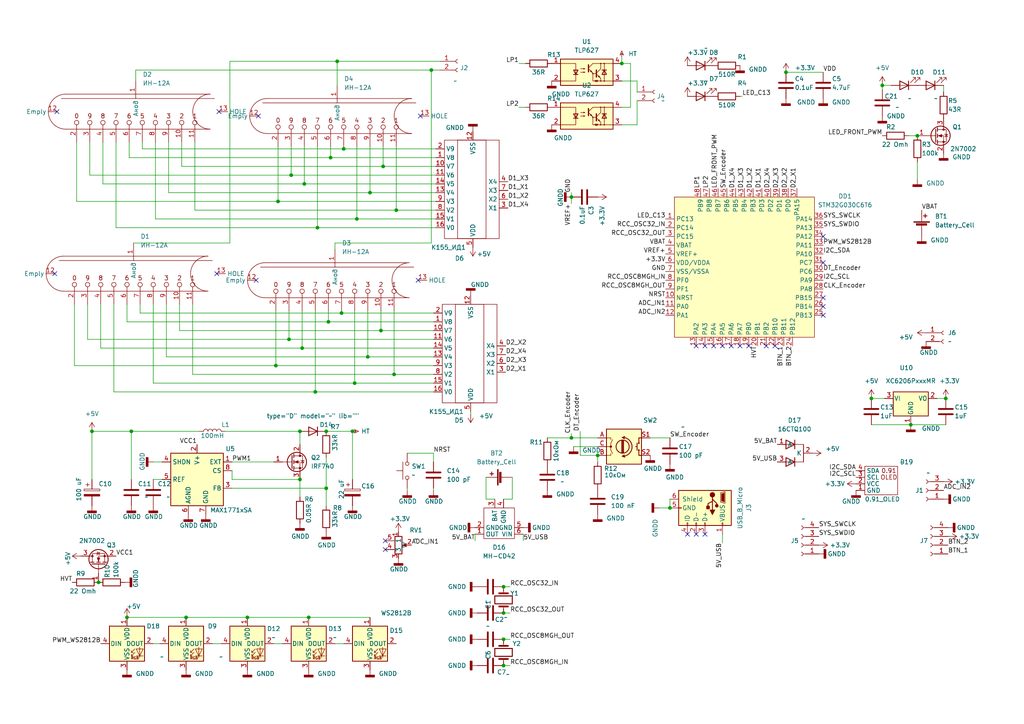
<source format=kicad_sch>
(kicad_sch (version 20211123) (generator eeschema)
  (paper "A4")
  (junction (at 107.315 55.88))
  (junction (at 180.34 18.415))
  (junction (at 97.79 17.78))
  (junction (at 84.455 50.8))
  (junction (at 89.535 179.07))
  (junction (at 102.235 125.095))
  (junction (at 114.935 60.96))
  (junction (at 111.125 48.26))
  (junction (at 102.87 111.125))
  (junction (at 28.575 168.91))
  (junction (at 99.695 43.18))
  (junction (at 103.505 63.5))
  (junction (at 87.63 100.965))
  (junction (at 227.965 20.955))
  (junction (at 99.06 90.805))
  (junction (at 88.265 53.34))
  (junction (at 194.31 147.32))
  (junction (at 86.995 139.065))
  (junction (at 94.615 125.095))
  (junction (at 95.25 93.345))
  (junction (at 125.095 20.32))
  (junction (at 80.645 58.42))
  (junction (at 110.49 95.885))
  (junction (at 95.885 45.72))
  (junction (at 146.05 177.8))
  (junction (at 86.995 125.095))
  (junction (at 173.355 132.08))
  (junction (at 91.44 113.665))
  (junction (at 26.67 125.095))
  (junction (at 264.16 123.19))
  (junction (at 38.1 125.095))
  (junction (at 36.83 179.07))
  (junction (at 94.615 141.605))
  (junction (at 80.01 106.045))
  (junction (at 165.735 127))
  (junction (at 106.68 103.505))
  (junction (at 252.73 115.57))
  (junction (at 83.82 98.425))
  (junction (at 92.075 66.04))
  (junction (at 114.3 108.585))
  (junction (at 146.05 185.42))
  (junction (at 53.975 179.07))
  (junction (at 146.05 170.18))
  (junction (at 165.735 57.15))
  (junction (at 255.905 24.765))
  (junction (at 274.32 115.57))
  (junction (at 266.065 39.37))
  (junction (at 71.755 179.07))
  (junction (at 146.05 193.04))
  (no_connect (at 238.76 76.2))
  (no_connect (at 121.92 33.655))
  (no_connect (at 238.76 88.9))
  (no_connect (at 74.295 81.28))
  (no_connect (at 201.93 100.33))
  (no_connect (at 74.93 33.655))
  (no_connect (at 204.47 154.94))
  (no_connect (at 121.285 81.28))
  (no_connect (at 224.79 100.33))
  (no_connect (at 212.09 100.33))
  (no_connect (at 62.865 79.375))
  (no_connect (at 201.93 154.94))
  (no_connect (at 207.01 100.33))
  (no_connect (at 111.76 159.385))
  (no_connect (at 238.76 91.44))
  (no_connect (at 238.76 68.58))
  (no_connect (at 217.17 100.33))
  (no_connect (at 204.47 100.33))
  (no_connect (at 63.5 32.385))
  (no_connect (at 222.25 100.33))
  (no_connect (at 199.39 154.94))
  (no_connect (at 16.51 32.385))
  (no_connect (at 214.63 100.33))
  (no_connect (at 15.875 79.375))
  (no_connect (at 111.76 156.845))
  (no_connect (at 209.55 100.33))
  (no_connect (at 238.76 86.36))
  (wire (pts (xy 26.67 125.095) (xy 26.67 139.065)))
  (wire (pts (xy 29.21 100.965) (xy 29.21 88.265)))
  (wire (pts (xy 67.31 139.065) (xy 86.995 139.065)))
  (wire (pts (xy 95.885 45.72) (xy 95.885 42.545)))
  (wire (pts (xy 33.655 41.275) (xy 33.655 66.04)))
  (wire (pts (xy 88.265 53.34) (xy 29.845 53.34)))
  (wire (pts (xy 48.895 55.88) (xy 48.895 41.275)))
  (wire (pts (xy 99.06 90.805) (xy 99.06 90.17)))
  (wire (pts (xy 102.87 111.125) (xy 44.45 111.125)))
  (wire (pts (xy 97.155 70.485) (xy 97.155 72.39)))
  (wire (pts (xy 53.975 179.07) (xy 71.755 179.07)))
  (wire (pts (xy 80.645 42.545) (xy 80.645 58.42)))
  (wire (pts (xy 255.905 24.765) (xy 258.445 24.765)))
  (wire (pts (xy 194.31 147.32) (xy 191.135 147.32)))
  (wire (pts (xy 126.365 48.26) (xy 111.125 48.26)))
  (wire (pts (xy 66.675 70.485) (xy 38.735 70.485)))
  (wire (pts (xy 88.265 53.34) (xy 88.265 42.545)))
  (wire (pts (xy 125.73 111.125) (xy 102.87 111.125)))
  (wire (pts (xy 95.885 45.72) (xy 37.465 45.72)))
  (wire (pts (xy 147.955 193.04) (xy 146.05 193.04)))
  (wire (pts (xy 136.525 119.38) (xy 136.525 120.015)))
  (wire (pts (xy 91.44 113.665) (xy 33.02 113.665)))
  (wire (pts (xy 114.935 60.96) (xy 114.935 42.545)))
  (wire (pts (xy 38.1 125.095) (xy 57.785 125.095)))
  (wire (pts (xy 263.525 39.37) (xy 266.065 39.37)))
  (wire (pts (xy 252.73 115.57) (xy 256.54 115.57)))
  (wire (pts (xy 52.705 48.26) (xy 52.705 41.275)))
  (wire (pts (xy 37.465 45.72) (xy 37.465 41.275)))
  (wire (pts (xy 126.365 63.5) (xy 103.505 63.5)))
  (wire (pts (xy 137.795 156.845) (xy 137.795 154.94)))
  (wire (pts (xy 99.695 43.18) (xy 41.275 43.18)))
  (wire (pts (xy 26.035 50.8) (xy 26.035 41.275)))
  (wire (pts (xy 125.73 141.605) (xy 125.73 142.24)))
  (wire (pts (xy 125.73 113.665) (xy 91.44 113.665)))
  (wire (pts (xy 126.365 53.34) (xy 88.265 53.34)))
  (wire (pts (xy 84.455 50.8) (xy 26.035 50.8)))
  (wire (pts (xy 126.365 58.42) (xy 80.645 58.42)))
  (wire (pts (xy 111.125 48.26) (xy 52.705 48.26)))
  (wire (pts (xy 83.82 98.425) (xy 83.82 90.17)))
  (wire (pts (xy 126.365 55.88) (xy 107.315 55.88)))
  (wire (pts (xy 44.45 133.985) (xy 46.99 133.985)))
  (wire (pts (xy 91.44 90.17) (xy 91.44 113.665)))
  (wire (pts (xy 148.59 144.78) (xy 148.59 138.43)))
  (wire (pts (xy 61.595 186.69) (xy 64.135 186.69)))
  (wire (pts (xy 95.25 93.345) (xy 36.83 93.345)))
  (wire (pts (xy 180.34 16.51) (xy 180.34 18.415)))
  (wire (pts (xy 126.365 50.8) (xy 84.455 50.8)))
  (wire (pts (xy 264.16 123.19) (xy 274.32 123.19)))
  (wire (pts (xy 126.365 45.72) (xy 95.885 45.72)))
  (wire (pts (xy 80.01 90.17) (xy 80.01 106.045)))
  (wire (pts (xy 271.78 115.57) (xy 274.32 115.57)))
  (wire (pts (xy 102.87 111.125) (xy 102.87 90.17)))
  (wire (pts (xy 67.31 136.525) (xy 67.31 139.065)))
  (wire (pts (xy 103.505 63.5) (xy 103.505 42.545)))
  (wire (pts (xy 147.955 177.8) (xy 146.05 177.8)))
  (wire (pts (xy 67.31 133.985) (xy 79.375 133.985)))
  (wire (pts (xy 146.05 144.78) (xy 148.59 144.78)))
  (wire (pts (xy 168.275 125.095) (xy 168.275 132.08)))
  (wire (pts (xy 118.11 141.605) (xy 118.11 142.24)))
  (wire (pts (xy 94.615 141.605) (xy 94.615 146.685)))
  (wire (pts (xy 182.88 31.115) (xy 182.88 18.415)))
  (wire (pts (xy 33.02 88.265) (xy 33.02 113.665)))
  (wire (pts (xy 125.73 90.805) (xy 99.06 90.805)))
  (wire (pts (xy 125.73 93.345) (xy 95.25 93.345)))
  (wire (pts (xy 180.34 23.495) (xy 184.785 23.495)))
  (wire (pts (xy 188.595 127) (xy 194.31 127)))
  (wire (pts (xy 26.67 125.095) (xy 38.1 125.095)))
  (wire (pts (xy 182.88 18.415) (xy 180.34 18.415)))
  (wire (pts (xy 114.3 108.585) (xy 55.88 108.585)))
  (wire (pts (xy 44.45 186.69) (xy 46.355 186.69)))
  (wire (pts (xy 22.225 58.42) (xy 22.225 41.275)))
  (wire (pts (xy 41.275 43.18) (xy 41.275 41.275)))
  (wire (pts (xy 106.68 103.505) (xy 106.68 90.17)))
  (wire (pts (xy 39.37 20.32) (xy 39.37 23.495)))
  (wire (pts (xy 125.73 95.885) (xy 110.49 95.885)))
  (wire (pts (xy 48.26 103.505) (xy 48.26 88.265)))
  (wire (pts (xy 165.735 59.055) (xy 165.735 57.15)))
  (wire (pts (xy 36.83 179.07) (xy 53.975 179.07)))
  (wire (pts (xy 71.755 179.07) (xy 89.535 179.07)))
  (wire (pts (xy 165.735 125.73) (xy 165.735 127)))
  (wire (pts (xy 125.095 20.32) (xy 127.635 20.32)))
  (wire (pts (xy 86.995 125.095) (xy 86.995 128.905)))
  (wire (pts (xy 99.695 43.18) (xy 99.695 42.545)))
  (wire (pts (xy 158.75 127) (xy 165.735 127)))
  (wire (pts (xy 84.455 50.8) (xy 84.455 42.545)))
  (wire (pts (xy 184.785 23.495) (xy 184.785 26.67)))
  (wire (pts (xy 147.955 185.42) (xy 146.05 185.42)))
  (wire (pts (xy 152.4 18.415) (xy 150.495 18.415)))
  (wire (pts (xy 52.07 95.885) (xy 52.07 88.265)))
  (wire (pts (xy 38.1 125.095) (xy 38.1 139.065)))
  (wire (pts (xy 56.515 60.96) (xy 56.515 41.275)))
  (wire (pts (xy 125.73 131.445) (xy 118.11 131.445)))
  (wire (pts (xy 44.45 139.065) (xy 46.99 139.065)))
  (wire (pts (xy 80.01 106.045) (xy 21.59 106.045)))
  (wire (pts (xy 94.615 132.715) (xy 94.615 141.605)))
  (wire (pts (xy 45.085 63.5) (xy 45.085 41.275)))
  (wire (pts (xy 125.73 108.585) (xy 114.3 108.585)))
  (wire (pts (xy 107.315 55.88) (xy 48.895 55.88)))
  (wire (pts (xy 89.535 179.07) (xy 107.315 179.07)))
  (wire (pts (xy 125.73 133.985) (xy 125.73 131.445)))
  (wire (pts (xy 87.63 100.965) (xy 29.21 100.965)))
  (wire (pts (xy 255.905 26.035) (xy 255.905 24.765)))
  (wire (pts (xy 111.125 48.26) (xy 111.125 42.545)))
  (wire (pts (xy 125.095 70.485) (xy 97.155 70.485)))
  (wire (pts (xy 39.37 20.32) (xy 125.095 20.32)))
  (wire (pts (xy 125.73 100.965) (xy 87.63 100.965)))
  (wire (pts (xy 110.49 95.885) (xy 110.49 90.17)))
  (wire (pts (xy 126.365 66.04) (xy 92.075 66.04)))
  (wire (pts (xy 114.935 60.96) (xy 56.515 60.96)))
  (wire (pts (xy 151.765 156.845) (xy 151.765 154.94)))
  (wire (pts (xy 166.37 129.54) (xy 173.355 129.54)))
  (wire (pts (xy 126.365 43.18) (xy 99.695 43.18)))
  (wire (pts (xy 87.63 100.965) (xy 87.63 90.17)))
  (wire (pts (xy 92.075 42.545) (xy 92.075 66.04)))
  (wire (pts (xy 97.155 186.69) (xy 99.695 186.69)))
  (wire (pts (xy 114.3 108.585) (xy 114.3 90.17)))
  (wire (pts (xy 95.25 93.345) (xy 95.25 90.17)))
  (wire (pts (xy 83.82 98.425) (xy 25.4 98.425)))
  (wire (pts (xy 29.845 53.34) (xy 29.845 41.275)))
  (wire (pts (xy 273.685 24.765) (xy 273.685 26.67)))
  (wire (pts (xy 65.405 125.095) (xy 86.995 125.095)))
  (wire (pts (xy 86.995 144.145) (xy 86.995 139.065)))
  (wire (pts (xy 184.785 36.195) (xy 180.34 36.195)))
  (wire (pts (xy 125.73 98.425) (xy 83.82 98.425)))
  (wire (pts (xy 36.83 93.345) (xy 36.83 88.265)))
  (wire (pts (xy 97.79 17.78) (xy 66.675 17.78)))
  (wire (pts (xy 252.73 123.19) (xy 264.16 123.19)))
  (wire (pts (xy 21.59 106.045) (xy 21.59 88.265)))
  (wire (pts (xy 125.73 106.045) (xy 80.01 106.045)))
  (wire (pts (xy 126.365 60.96) (xy 114.935 60.96)))
  (wire (pts (xy 215.265 27.94) (xy 214.63 27.94)))
  (wire (pts (xy 152.4 31.115) (xy 150.495 31.115)))
  (wire (pts (xy 180.34 31.115) (xy 182.88 31.115)))
  (wire (pts (xy 94.615 125.095) (xy 102.235 125.095)))
  (wire (pts (xy 227.965 20.955) (xy 238.76 20.955)))
  (wire (pts (xy 107.315 55.88) (xy 107.315 42.545)))
  (wire (pts (xy 106.68 103.505) (xy 48.26 103.505)))
  (wire (pts (xy 209.55 157.48) (xy 209.55 154.94)))
  (wire (pts (xy 102.235 139.065) (xy 102.235 125.095)))
  (wire (pts (xy 194.31 144.78) (xy 194.31 147.32)))
  (wire (pts (xy 140.97 144.78) (xy 143.51 144.78)))
  (wire (pts (xy 173.355 133.985) (xy 173.355 132.08)))
  (wire (pts (xy 80.645 58.42) (xy 22.225 58.42)))
  (wire (pts (xy 110.49 95.885) (xy 52.07 95.885)))
  (wire (pts (xy 44.45 111.125) (xy 44.45 88.265)))
  (wire (pts (xy 147.955 170.18) (xy 146.05 170.18)))
  (wire (pts (xy 66.675 17.78) (xy 66.675 70.485)))
  (wire (pts (xy 165.735 127) (xy 173.355 127)))
  (wire (pts (xy 103.505 63.5) (xy 45.085 63.5)))
  (wire (pts (xy 184.785 29.21) (xy 184.785 36.195)))
  (wire (pts (xy 97.79 17.78) (xy 127.635 17.78)))
  (wire (pts (xy 125.095 20.32) (xy 125.095 70.485)))
  (wire (pts (xy 79.375 186.69) (xy 81.915 186.69)))
  (wire (pts (xy 125.73 103.505) (xy 106.68 103.505)))
  (wire (pts (xy 40.64 90.805) (xy 40.64 88.265)))
  (wire (pts (xy 165.735 55.88) (xy 165.735 57.15)))
  (wire (pts (xy 266.065 46.99) (xy 266.065 52.07)))
  (wire (pts (xy 97.79 17.78) (xy 97.79 24.765)))
  (wire (pts (xy 67.31 141.605) (xy 94.615 141.605)))
  (wire (pts (xy 55.88 108.585) (xy 55.88 88.265)))
  (wire (pts (xy 92.075 66.04) (xy 33.655 66.04)))
  (wire (pts (xy 99.06 90.805) (xy 40.64 90.805)))
  (wire (pts (xy 140.97 138.43) (xy 140.97 144.78)))
  (wire (pts (xy 25.4 98.425) (xy 25.4 88.265)))
  (wire (pts (xy 168.275 132.08) (xy 173.355 132.08)))
  (label "D1_X1" (at 147.32 55.245 0))
  (label "+3.3V" (at 193.04 76.2 180))
  (label "D2_X3" (at 146.685 105.41 0))
  (label "ADC_IN1" (at 193.04 88.9 180))
  (label "LP2" (at 205.74 54.61 90))
  (label "LP1" (at 150.495 18.415 180))
  (label "D1_X1" (at 220.98 54.61 90))
  (label "D2_X2" (at 146.685 100.33 0))
  (label "5V_BAT" (at 225.425 128.905 180))
  (label "LP2" (at 150.495 31.115 180))
  (label "NRST" (at 193.04 86.36 180))
  (label "NRST" (at 125.73 131.445 0))
  (label "SYS_SWCLK" (at 237.49 153.035 0))
  (label "ADC_IN2" (at 193.04 91.44 180))
  (label "SW_Encoder" (at 210.82 54.61 90))
  (label "D2_X4" (at 146.685 102.87 0))
  (label "ADC_IN2" (at 273.685 142.24 0))
  (label "D1_X2" (at 218.44 54.61 90))
  (label "D1_X4" (at 213.36 54.61 90))
  (label "RCC_OSC32_IN" (at 193.04 66.04 180))
  (label "LED_C13" (at 193.04 63.5 180))
  (label "RCC_OSC8MGH_IN" (at 147.955 193.04 0))
  (label "DT_Encoder" (at 238.76 78.74 0))
  (label "PWM1" (at 67.31 133.985 0))
  (label "D1_X2" (at 147.32 57.785 0))
  (label "D1_X3" (at 215.9 54.61 90))
  (label "I2C_SDA" (at 238.76 73.66 0))
  (label "VCC1" (at 33.655 161.29 0))
  (label "D2_X4" (at 223.52 54.61 90))
  (label "RCC_OSC8MGH_IN" (at 193.04 81.28 180))
  (label "I2C_SDA" (at 248.285 136.525 180))
  (label "ADC_IN1" (at 119.38 158.115 0))
  (label "GND" (at 193.04 78.74 180))
  (label "D2_X3" (at 226.06 54.61 90))
  (label "D2_X2" (at 228.6 54.61 90))
  (label "SYS_SWCLK" (at 238.76 63.5 0))
  (label "BTN_1" (at 274.955 160.655 0))
  (label "I2C_SCL" (at 248.285 138.43 180))
  (label "HVT" (at 219.71 100.33 270))
  (label "VBAT" (at 267.335 60.96 0))
  (label "LED_C13" (at 215.265 27.94 0))
  (label "5V_USB" (at 225.425 133.985 180))
  (label "LED_FRONT_PWM" (at 255.905 39.37 180))
  (label "BTN_1" (at 227.33 100.33 270))
  (label "D1_X4" (at 147.32 60.325 0))
  (label "5V_USB" (at 151.765 156.845 0))
  (label "5V_USB" (at 209.55 157.48 270))
  (label "BTN_2" (at 229.87 100.33 270))
  (label "RCC_OSC32_OUT" (at 147.955 177.8 0))
  (label "RCC_OSC8MGH_OUT" (at 147.955 185.42 0))
  (label "HVT" (at 20.955 168.91 180))
  (label "RCC_OSC32_OUT" (at 193.04 68.58 180))
  (label "PWM_WS2812B" (at 238.76 71.12 0))
  (label "GND" (at 165.735 55.88 90))
  (label "I2C_SCL" (at 238.76 81.28 0))
  (label "SW_Encoder" (at 194.31 127 0))
  (label "LED_FRONT_PWM" (at 208.28 54.61 90))
  (label "DT_Encoder" (at 168.275 125.095 90))
  (label "SYS_SWDIO" (at 237.49 155.575 0))
  (label "LP1" (at 203.2 54.61 90))
  (label "VREF+" (at 165.735 59.055 270))
  (label "D2_X1" (at 146.685 107.95 0))
  (label "VCC1" (at 57.15 128.905 180))
  (label "RCC_OSC8MGH_OUT" (at 193.04 83.82 180))
  (label "VREF+" (at 193.04 73.66 180))
  (label "SYS_SWDIO" (at 238.76 66.04 0))
  (label "CLK_Encoder" (at 165.735 125.73 90))
  (label "CLK_Encoder" (at 238.76 83.82 0))
  (label "VDD" (at 238.76 20.955 0))
  (label "D2_X1" (at 231.14 54.61 90))
  (label "D1_X3" (at 147.32 52.705 0))
  (label "BTN_2" (at 274.955 158.115 0))
  (label "5V_BAT" (at 137.795 156.845 180))
  (label "PWM_WS2812B" (at 29.21 186.69 180))
  (label "RCC_OSC32_IN" (at 147.955 170.18 0))
  (label "VBAT" (at 193.04 71.12 180))
  (symbol (lib_id "Device:C") (at 125.73 137.795 0) (unit 1)
    (property "Reference" "C14" (at 129.54 136.5249 0) (effects (justify left)))
    (property "Value" "100 pF" (at 129.54 139.0649 0) (effects (justify left)))
    (property "Footprint" "Capacitor_SMD:C_1206_3216Metric" (effects hide))
  )
  (symbol (lib_id "Device:C") (at 38.1 142.875 0) (unit 1)
    (property "Reference" "C11" (at 40.005 140.335 0) (effects (justify left)))
    (property "Value" "~" (at 41.91 144.1449 0) (effects (justify left)))
    (property "Footprint" "Capacitor_SMD:C_1206_3216Metric" (effects hide))
  )
  (symbol (lib_id "power:+5V") (at 136.525 120.015 180) (unit 1)
    (property "Reference" "#PWR0133" (effects hide))
    (property "Value" "+5V" (at 140.97 120.65 0))
  )
  (symbol (lib_id "power:GNDD") (at 273.685 144.78 90) (unit 1)
    (property "Reference" "#PWR0162" (effects hide))
    (property "Value" "GNDD" (at 276.225 144.78 90) (effects (justify right)))
  )
  (symbol (lib_id "power:GNDD") (at 89.535 194.31 0) (unit 1)
    (property "Reference" "#PWR0154" (effects hide))
    (property "Value" "GNDD" (at 92.075 195.3894 0) (effects (justify left)))
  )
  (symbol (lib_id "Device:R") (at 156.21 18.415 90) (unit 1)
    (property "Reference" "R13" (at 160.655 15.875 90))
    (property "Value" "36R" (at 156.21 20.955 90))
    (property "Footprint" "Resistor_SMD:R_1206_3216Metric" (effects hide))
  )
  (symbol (lib_id "power:GNDD") (at 137.795 153.035 270) (unit 1)
    (property "Reference" "#PWR0158" (effects hide))
    (property "Value" "GNDD" (at 130.175 153.035 90) (effects (justify left)))
  )
  (symbol (lib_id "Switch:SW_Push") (at 118.11 136.525 90) (unit 1)
    (property "Reference" "SW1" (at 119.38 135.2549 90) (effects (justify right)))
    (property "Value" "~" (at 119.38 137.7949 90) (effects (justify right)))
    (property "Footprint" "Button_Switch_SMD:SW_SPST_FSMSM" (effects hide))
  )
  (symbol (lib_id "power:GNDD") (at 71.755 194.31 0) (unit 1)
    (property "Reference" "#PWR0144" (effects hide))
    (property "Value" "GNDD" (at 74.295 195.3894 0) (effects (justify left)))
  )
  (symbol (lib_id "power:+5V") (at 268.605 96.52 90) (unit 1)
    (property "Reference" "#PWR0166" (effects hide))
    (property "Value" "+5V" (at 264.795 97.79 90) (effects (justify left)))
  )
  (symbol (lib_id "power:GNDD") (at 38.1 146.685 0) (unit 1)
    (property "Reference" "#PWR0149" (effects hide))
    (property "Value" "GNDD" (at 35.56 149.86 0) (effects (justify left)))
  )
  (symbol (lib_id "Isolator:TLP627") (at 170.18 20.955 0) (unit 1)
    (property "Reference" "U1" (at 170.18 12.065 0))
    (property "Value" "TLP627" (at 170.18 14.605 0))
    (property "Footprint" "Package_DIP:DIP-4_W7.62mm" (effects hide))
    (property "Datasheet" "https://toshiba.semicon-storage.com/info/docget.jsp?did=16914&prodName=TLP627" (effects hide))
  )
  (symbol (lib_id "ИН-12А:ИН-12А") (at 40.005 33.655 0) (unit 1)
    (property "Reference" "D2" (at 41.3894 21.59 0) (effects (justify left)))
    (property "Value" "ИН-12А" (at 41.3894 24.13 0) (effects (justify left)))
    (property "Footprint" "ИН12А:ИН12А" (effects hide))
  )
  (symbol (lib_id "power:+3.3V") (at 227.965 20.955 0) (unit 1)
    (property "Reference" "#PWR0107" (effects hide))
    (property "Value" "+3.3V" (at 230.505 19.6849 0) (effects (justify left)))
  )
  (symbol (lib_id "power:+3.3V") (at 199.39 27.94 0) (unit 1)
    (property "Reference" "#PWR0106" (effects hide))
    (property "Value" "+3.3V" (at 199.39 24.13 0) (effects (justify left)))
  )
  (symbol (lib_id "power:GNDD") (at 36.83 194.31 0) (unit 1)
    (property "Reference" "#PWR0153" (effects hide))
    (property "Value" "GNDD" (at 39.37 195.3894 0) (effects (justify left)))
  )
  (symbol (lib_id "Device:C") (at 173.355 145.415 0) (unit 1)
    (property "Reference" "C19" (at 177.165 144.1449 0) (effects (justify left)))
    (property "Value" "100 nF" (at 177.165 146.6849 0) (effects (justify left)))
    (property "Footprint" "Capacitor_SMD:C_1206_3216Metric" (effects hide))
  )
  (symbol (lib_id "power:+3.3V") (at 173.355 57.15 270) (unit 1)
    (property "Reference" "#PWR0102" (effects hide))
    (property "Value" "+3.3V" (at 174.6251 59.69 0) (effects (justify left)))
  )
  (symbol (lib_id "power:GNDD") (at 36.195 168.91 90) (unit 1)
    (property "Reference" "#PWR0164" (effects hide))
    (property "Value" "GNDD" (at 39.37 165.1 0) (effects (justify right)))
  )
  (symbol (lib_id "Connector:Conn_01x02_Female") (at 189.865 26.67 0) (unit 1)
    (property "Reference" "J4" (at 190.5 27.94 0) (effects (justify left)))
    (property "Value" "~" (at 191.77 29.2099 0) (effects (justify left)))
    (property "Footprint" "Connector_PinHeader_2.54mm:PinHeader_1x02_P2.54mm_Vertical" (effects hide))
  )
  (symbol (lib_id "power:GNDD") (at 165.735 57.15 270) (unit 1)
    (property "Reference" "#PWR0123" (effects hide))
    (property "Value" "GNDD" (at 162.56 54.61 0) (effects (justify left)))
  )
  (symbol (lib_id "power:GNDD") (at 118.11 142.24 0) (unit 1)
    (property "Reference" "#PWR0132" (effects hide))
    (property "Value" "GNDD" (at 115.57 145.415 0) (effects (justify left)))
  )
  (symbol (lib_id "Device:RotaryEncoder_Switch") (at 180.975 129.54 0) (unit 1)
    (property "Reference" "SW2" (at 188.595 121.92 0))
    (property "Value" "~" (at 198.12 123.825 0))
    (property "Footprint" "Rotary_Encoder:RotaryEncoder_Alps_EC12E-Switch_Vertical_H20mm" (effects hide))
  )
  (symbol (lib_id "Connector:Conn_01x03_Female") (at 268.605 142.24 180) (unit 1)
    (property "Reference" "J1" (at 266.7 142.24 0))
    (property "Value" "~" (at 269.24 137.16 0))
    (property "Footprint" "Connector_PinSocket_2.54mm:PinSocket_1x03_P2.54mm_Vertical" (effects hide))
  )
  (symbol (lib_id "Connector:Conn_01x02_Female") (at 132.715 17.78 0) (unit 1)
    (property "Reference" "J2" (at 134.62 19.685 0))
    (property "Value" "~" (at 132.08 23.495 0))
    (property "Footprint" "Connector_PinHeader_2.54mm:PinHeader_1x02_P2.54mm_Vertical" (effects hide))
  )
  (symbol (lib_id "Device:R") (at 94.615 128.905 0) (unit 1)
    (property "Reference" "R7" (at 95.885 123.825 0) (effects (justify left)))
    (property "Value" "33kR" (at 97.155 130.81 90) (effects (justify left)))
    (property "Footprint" "Resistor_THT:R_Axial_DIN0309_L9.0mm_D3.2mm_P15.24mm_Horizontal" (effects hide))
  )
  (symbol (lib_id "power:GNDD") (at 44.45 146.685 0) (unit 1)
    (property "Reference" "#PWR0151" (effects hide))
    (property "Value" "GNDD" (at 41.91 149.86 0) (effects (justify left)))
  )
  (symbol (lib_id "Device:Battery_Cell") (at 267.335 66.04 0) (unit 1)
    (property "Reference" "BT1" (at 271.145 62.7379 0) (effects (justify left)))
    (property "Value" "Battery_Cell" (at 271.145 65.2779 0) (effects (justify left)))
    (property "Footprint" "ИН12А:BAT" (effects hide))
  )
  (symbol (lib_id "power:GNDD") (at 138.43 170.18 270) (unit 1)
    (property "Reference" "#PWR0134" (effects hide))
    (property "Value" "GNDD" (at 135.255 170.1799 90) (effects (justify right)))
  )
  (symbol (lib_id "power:+3.3V") (at 274.955 155.575 270) (unit 1)
    (property "Reference" "#PWR0142" (effects hide))
    (property "Value" "+3.3V" (at 278.13 155.575 90) (effects (justify left)))
  )
  (symbol (lib_id "Device:C") (at 169.545 57.15 270) (unit 1)
    (property "Reference" "C3" (at 171.45 59.69 0) (effects (justify left)))
    (property "Value" "0.1uF" (at 168.91 59.69 0) (effects (justify left)))
    (property "Footprint" "Capacitor_SMD:C_1206_3216Metric" (effects hide))
  )
  (symbol (lib_id "power:GNDD") (at 136.525 85.725 180) (unit 1)
    (property "Reference" "#PWR0121" (effects hide))
    (property "Value" "GNDD" (at 136.5251 82.55 0) (effects (justify right)))
  )
  (symbol (lib_id "power:GNDD") (at 53.975 194.31 0) (unit 1)
    (property "Reference" "#PWR0146" (effects hide))
    (property "Value" "GNDD" (at 56.515 195.3894 0) (effects (justify left)))
  )
  (symbol (lib_id "Device:LED") (at 262.255 24.765 180) (unit 1)
    (property "Reference" "D10" (at 266.065 20.955 0))
    (property "Value" "~" (at 263.8425 28.575 0))
    (property "Footprint" "LED_THT:LED_D3.0mm" (effects hide))
  )
  (symbol (lib_id "LED:WS2812B") (at 53.975 186.69 0) (unit 1)
    (property "Reference" "D9" (at 61.595 181.61 0))
    (property "Value" "~" (at 64.135 190.5 0))
    (property "Footprint" "LED_SMD:LED_WS2812B_PLCC4_5.0x5.0mm_P3.2mm" (effects hide))
    (property "Datasheet" "https://cdn-shop.adafruit.com/datasheets/WS2812B.pdf" (effects hide))
  )
  (symbol (lib_id "power:+5V") (at 255.905 24.765 0) (unit 1)
    (property "Reference" "#PWR0135" (effects hide))
    (property "Value" "+5V" (at 255.905 19.685 0))
  )
  (symbol (lib_id "power:GNDD") (at 107.315 194.31 0) (unit 1)
    (property "Reference" "#PWR0140" (effects hide))
    (property "Value" "GNDD" (at 109.855 195.3894 0) (effects (justify left)))
  )
  (symbol (lib_id "Device:C_Polarized") (at 26.67 142.875 0) (unit 1)
    (property "Reference" "C10" (at 28.575 140.335 0) (effects (justify left)))
    (property "Value" "100 uF" (at 22.86 145.415 90) (effects (justify left)))
    (property "Footprint" "Capacitor_THT:CP_Radial_Tantal_D5.0mm_P2.50mm" (effects hide))
  )
  (symbol (lib_id "Device:Crystal") (at 146.05 189.23 270) (unit 1)
    (property "Reference" "Y2" (at 149.86 186.69 90))
    (property "Value" "~" (at 147.32 195.58 90))
    (property "Footprint" "Crystal:Crystal_SMD_HC49-SD" (effects hide))
  )
  (symbol (lib_id "LED:WS2812B") (at 89.535 186.69 0) (unit 1)
    (property "Reference" "D13" (at 97.155 182.3593 0))
    (property "Value" "~" (at 97.155 184.8993 0))
    (property "Footprint" "LED_SMD:LED_WS2812B_PLCC4_5.0x5.0mm_P3.2mm" (effects hide))
    (property "Datasheet" "https://cdn-shop.adafruit.com/datasheets/WS2812B.pdf" (effects hide))
  )
  (symbol (lib_id "power:GNDD") (at 227.965 28.575 0) (unit 1)
    (property "Reference" "#PWR0114" (effects hide))
    (property "Value" "GNDD" (at 231.14 29.6544 0) (effects (justify left)))
  )
  (symbol (lib_id "power:GNDD") (at 151.765 153.035 90) (unit 1)
    (property "Reference" "#PWR0159" (effects hide))
    (property "Value" "GNDD" (at 154.305 153.035 90) (effects (justify right)))
  )
  (symbol (lib_id "power:+3.3V") (at 237.49 158.115 270) (unit 1)
    (property "Reference" "#PWR0155" (effects hide))
    (property "Value" "+3.3V" (at 240.665 158.115 90) (effects (justify left)))
  )
  (symbol (lib_id "Device:C") (at 142.24 185.42 270) (unit 1)
    (property "Reference" "C6" (at 141.605 188.595 0) (effects (justify left)))
    (property "Value" "~" (at 140.9701 189.23 0) (effects (justify left)))
    (property "Footprint" "Capacitor_SMD:C_0805_2012Metric" (effects hide))
  )
  (symbol (lib_id "ИН-12А:MH-CD42") (at 144.78 157.48 0) (unit 1)
    (property "Reference" "D16" (at 144.78 158.75 0))
    (property "Value" "MH-CD42" (at 144.78 161.29 0))
    (property "Footprint" "ИН12А:MH" (effects hide))
  )
  (symbol (lib_id "Device:R") (at 273.685 30.48 0) (unit 1)
    (property "Reference" "R5" (at 274.955 29.21 0) (effects (justify left)))
    (property "Value" "43R" (at 274.955 31.75 0) (effects (justify left)))
    (property "Footprint" "Resistor_SMD:R_1206_3216Metric" (effects hide))
  )
  (symbol (lib_id "LED:WS2812B") (at 107.315 186.69 0) (unit 1)
    (property "Reference" "D15" (at 114.935 182.88 0))
    (property "Value" "WS2812B" (at 114.935 177.8 0))
    (property "Footprint" "LED_SMD:LED_WS2812B_PLCC4_5.0x5.0mm_P3.2mm" (effects hide))
    (property "Datasheet" "https://cdn-shop.adafruit.com/datasheets/WS2812B.pdf" (effects hide))
  )
  (symbol (lib_id "power:+3.3V") (at 199.39 19.05 0) (unit 1)
    (property "Reference" "#PWR0125" (effects hide))
    (property "Value" "+3.3V" (at 199.39 15.24 0) (effects (justify left)))
  )
  (symbol (lib_id "Device:R") (at 156.21 31.115 90) (unit 1)
    (property "Reference" "R14" (at 160.655 28.575 90))
    (property "Value" "36R" (at 156.21 33.655 90))
    (property "Footprint" "Resistor_SMD:R_1206_3216Metric" (effects hide))
  )
  (symbol (lib_id "Device:R") (at 158.75 130.81 180) (unit 1)
    (property "Reference" "R11" (at 155.575 128.27 0))
    (property "Value" "10кОм" (at 161.29 130.81 90))
    (property "Footprint" "Resistor_SMD:R_1206_3216Metric" (effects hide))
  )
  (symbol (lib_id "power:GNDD") (at 255.905 33.655 0) (unit 1)
    (property "Reference" "#PWR0128" (effects hide))
    (property "Value" "GNDD" (at 257.175 33.655 0) (effects (justify left)))
  )
  (symbol (lib_id "Connector:Conn_01x04_Female") (at 269.875 158.115 180) (unit 1)
    (property "Reference" "J7" (at 267.97 156.845 0))
    (property "Value" "~" (at 261.62 133.985 0))
    (property "Footprint" "Connector_PinHeader_2.54mm:PinHeader_1x04_P2.54mm_Vertical" (effects hide))
  )
  (symbol (lib_id "power:GNDD") (at 248.285 142.24 0) (unit 1)
    (property "Reference" "#PWR0160" (effects hide))
    (property "Value" "GNDD" (at 249.555 145.415 0) (effects (justify right)))
  )
  (symbol (lib_id "power:+5V") (at 235.585 131.445 270) (unit 1)
    (property "Reference" "#PWR0109" (effects hide))
    (property "Value" "+5V" (at 239.395 130.175 90) (effects (justify left)))
  )
  (symbol (lib_id "Simulation_SPICE:DIODE") (at 90.805 125.095 0) (unit 1)
    (property "Reference" "D14" (at 94.615 123.19 0))
    (property "Value" "~" (at 90.805 120.65 0))
    (property "Footprint" "Diode_THT:D_DO-41_SOD81_P12.70mm_Horizontal" (effects hide))
    (property "Spice_Netlist_Enabled" "Y" (effects hide))
    (property "Spice_Primitive" "D" (effects hide))
  )
  (symbol (lib_id "power:GNDD") (at 115.57 161.925 0) (unit 1)
    (property "Reference" "#PWR0103" (effects hide))
    (property "Value" "GNDD" (at 113.03 165.1 0) (effects (justify left)))
  )
  (symbol (lib_id "power:GNDD") (at 158.75 142.24 0) (unit 1)
    (property "Reference" "#PWR0141" (effects hide))
    (property "Value" "GNDD" (at 161.29 143.3194 0) (effects (justify left)))
  )
  (symbol (lib_id "power:GNDD") (at 214.63 19.05 0) (unit 1)
    (property "Reference" "#PWR0124" (effects hide))
    (property "Value" "GNDD" (at 217.17 20.1294 0) (effects (justify left)))
  )
  (symbol (lib_id "power:GNDD") (at 94.615 154.305 0) (unit 1)
    (property "Reference" "#PWR0129" (effects hide))
    (property "Value" "GNDD" (at 92.075 158.115 0) (effects (justify left)))
  )
  (symbol (lib_id "Device:R") (at 210.82 19.05 90) (unit 1)
    (property "Reference" "R1" (at 215.265 16.51 90))
    (property "Value" "510R" (at 210.82 21.59 90))
    (property "Footprint" "Resistor_SMD:R_1206_3216Metric" (effects hide))
  )
  (symbol (lib_id "Connector:Conn_01x04_Female") (at 232.41 158.115 180) (unit 1)
    (property "Reference" "J5" (at 230.505 156.845 0))
    (property "Value" "~" (at 233.045 150.495 0))
    (property "Footprint" "Connector_PinHeader_2.54mm:PinHeader_1x04_P2.54mm_Vertical" (effects hide))
  )
  (symbol (lib_id "power:GNDD") (at 237.49 160.655 90) (unit 1)
    (property "Reference" "#PWR0156" (effects hide))
    (property "Value" "GNDD" (at 240.03 160.655 90) (effects (justify right)))
  )
  (symbol (lib_id "Device:C") (at 227.965 24.765 0) (unit 1)
    (property "Reference" "C4" (at 230.505 22.86 0) (effects (justify left)))
    (property "Value" "0.1uF" (at 230.505 25.4 0) (effects (justify left)))
    (property "Footprint" "Capacitor_SMD:C_1206_3216Metric" (effects hide))
  )
  (symbol (lib_id "power:+3.3V") (at 115.57 154.305 0) (unit 1)
    (property "Reference" "#PWR0101" (effects hide))
    (property "Value" "+3.3V" (at 113.03 150.495 0) (effects (justify left)))
  )
  (symbol (lib_id "Device:Crystal") (at 146.05 173.99 270) (unit 1)
    (property "Reference" "Y1" (at 149.225 172.085 90))
    (property "Value" "~" (at 146.685 179.07 90))
    (property "Footprint" "Crystal:Crystal_C26-LF_D2.1mm_L6.5mm_Horizontal" (effects hide))
  )
  (symbol (lib_id "ИН-12А:ИН-12А") (at 98.425 34.925 0) (unit 1)
    (property "Reference" "D4" (at 99.8094 22.86 0) (effects (justify left)))
    (property "Value" "ИН-12А" (at 99.8094 25.4 0) (effects (justify left)))
    (property "Footprint" "ИН12А:ИН12А" (effects hide))
  )
  (symbol (lib_id "Connector:Conn_01x02_Female") (at 273.685 96.52 0) (unit 1)
    (property "Reference" "J6" (at 274.955 96.5199 0) (effects (justify left)))
    (property "Value" "~" (at 274.955 99.0599 0) (effects (justify left)))
    (property "Footprint" "Connector_PinHeader_2.54mm:PinHeader_1x02_P2.54mm_Vertical" (effects hide))
  )
  (symbol (lib_id "power:GNDD") (at 267.335 68.58 0) (unit 1)
    (property "Reference" "#PWR0122" (effects hide))
    (property "Value" "GNDD" (at 269.875 69.6594 0) (effects (justify left)))
  )
  (symbol (lib_id "Device:R") (at 86.995 147.955 180) (unit 1)
    (property "Reference" "R6" (at 88.265 144.78 0) (effects (justify right)))
    (property "Value" "0.05R" (at 89.535 151.765 90) (effects (justify right)))
    (property "Footprint" "Resistor_THT:R_Axial_DIN0309_L9.0mm_D3.2mm_P15.24mm_Horizontal" (effects hide))
  )
  (symbol (lib_id "Device:R") (at 210.82 27.94 90) (unit 1)
    (property "Reference" "R4" (at 215.265 24.13 90))
    (property "Value" "510R" (at 210.82 30.48 90))
    (property "Footprint" "Resistor_SMD:R_1206_3216Metric" (effects hide))
  )
  (symbol (lib_id "ИН-12А:16CTQ100") (at 229.87 130.175 0) (unit 1)
    (property "Reference" "D17" (at 230.4415 121.92 0))
    (property "Value" "16CTQ100" (at 230.4415 124.46 0))
    (property "Footprint" "Package_TO_SOT_SMD:TO-263-2" (effects hide))
  )
  (symbol (lib_id "power:GNDD") (at 273.685 44.45 0) (unit 1)
    (property "Reference" "#PWR0168" (effects hide))
    (property "Value" "GNDD" (at 276.225 45.5294 0) (effects (justify left)))
  )
  (symbol (lib_id "power:GNDD") (at 266.065 52.07 0) (unit 1)
    (property "Reference" "#PWR0127" (effects hide))
    (property "Value" "GNDD" (at 268.605 53.1494 0) (effects (justify left)))
  )
  (symbol (lib_id "power:GNDD") (at 166.37 129.54 0) (unit 1)
    (property "Reference" "#PWR0104" (effects hide))
    (property "Value" "GNDD" (at 168.91 130.6194 0) (effects (justify left)))
  )
  (symbol (lib_id "power:GNDD") (at 191.135 147.32 270) (unit 1)
    (property "Reference" "#PWR0126" (effects hide))
    (property "Value" "GNDD" (at 190.0556 150.495 0) (effects (justify left)))
  )
  (symbol (lib_id "stm32:STM32G030C6T6") (at 210.82 85.09 0) (unit 1)
    (property "Reference" "DD1" (at 245.11 56.9212 0))
    (property "Value" "STM32G030C6T6" (at 245.11 59.4612 0))
    (property "Footprint" "Package_QFP:LQFP-48_7x7mm_P0.5mm" (effects hide))
  )
  (symbol (lib_id "power:+3.3V") (at 274.32 115.57 0) (unit 1)
    (property "Reference" "#PWR0111" (effects hide))
    (property "Value" "+3.3V" (at 272.415 110.49 0) (effects (justify left)))
  )
  (symbol (lib_id "Device:R") (at 266.065 43.18 0) (unit 1)
    (property "Reference" "R3" (at 267.335 41.91 0) (effects (justify left)))
    (property "Value" "100k" (at 267.335 44.45 0) (effects (justify left)))
    (property "Footprint" "Resistor_SMD:R_1206_3216Metric" (effects hide))
  )
  (symbol (lib_id "Isolator:TLP627") (at 170.18 33.655 0) (unit 1)
    (property "Reference" "U2" (at 170.18 24.765 0))
    (property "Value" "TLP627" (at 170.18 27.305 0))
    (property "Footprint" "Package_DIP:DIP-4_W7.62mm" (effects hide))
    (property "Datasheet" "https://toshiba.semicon-storage.com/info/docget.jsp?did=16914&prodName=TLP627" (effects hide))
  )
  (symbol (lib_id "power:HT") (at 180.34 16.51 0) (unit 1)
    (property "Reference" "#PWR0117" (effects hide))
    (property "Value" "HT" (at 182.245 15.6209 0) (effects (justify left)))
  )
  (symbol (lib_id "power:+3.3V") (at 273.685 139.7 270) (unit 1)
    (property "Reference" "#PWR0161" (effects hide))
    (property "Value" "+3.3V" (at 276.86 139.7 90) (effects (justify left)))
  )
  (symbol (lib_id "Device:R") (at 32.385 168.91 90) (unit 1)
    (property "Reference" "R10" (at 31.115 167.64 0) (effects (justify left)))
    (property "Value" "100k" (at 33.655 167.64 0) (effects (justify left)))
    (property "Footprint" "Resistor_SMD:R_1206_3216Metric" (effects hide))
  )
  (symbol (lib_id "power:GNDD") (at 138.43 177.8 270) (unit 1)
    (property "Reference" "#PWR0137" (effects hide))
    (property "Value" "GNDD" (at 135.255 177.7999 90) (effects (justify right)))
  )
  (symbol (lib_id "ИН-12А:ИН-12А") (at 97.79 82.55 0) (unit 1)
    (property "Reference" "D3" (at 99.1744 70.485 0) (effects (justify left)))
    (property "Value" "ИН-12А" (at 99.1744 73.025 0) (effects (justify left)))
    (property "Footprint" "ИН12А:ИН12А" (effects hide))
  )
  (symbol (lib_id "Device:C") (at 238.76 24.765 0) (unit 1)
    (property "Reference" "C5" (at 241.3 22.86 0) (effects (justify left)))
    (property "Value" "4.7uF" (at 241.3 25.4 0) (effects (justify left)))
    (property "Footprint" "Capacitor_SMD:C_1206_3216Metric" (effects hide))
  )
  (symbol (lib_id "Regulator_Linear:XC6206PxxxMR") (at 264.16 115.57 0) (unit 1)
    (property "Reference" "U10" (at 262.89 106.68 0))
    (property "Value" "XC6206PxxxMR" (at 264.16 110.49 0))
    (property "Footprint" "Package_TO_SOT_SMD:SOT-23-3" (effects hide))
    (property "Datasheet" "https://www.torexsemi.com/file/xc6206/XC6206.pdf" (effects hide))
  )
  (symbol (lib_id "Device:C") (at 194.31 130.81 0) (unit 1)
    (property "Reference" "C17" (at 196.85 129.54 0) (effects (justify left)))
    (property "Value" "100 pF" (at 196.85 132.08 0) (effects (justify left)))
    (property "Footprint" "Capacitor_SMD:C_1206_3216Metric" (effects hide))
  )
  (symbol (lib_id "power:GNDD") (at 26.67 146.685 0) (unit 1)
    (property "Reference" "#PWR0150" (effects hide))
    (property "Value" "GNDD" (at 24.13 149.86 0) (effects (justify left)))
  )
  (symbol (lib_id "Device:C") (at 142.24 177.8 270) (unit 1)
    (property "Reference" "C2" (at 143.51 179.705 90) (effects (justify left)))
    (property "Value" "~" (at 140.9701 181.61 90) (effects (justify left)))
    (property "Footprint" "Capacitor_SMD:C_0805_2012Metric" (effects hide))
  )
  (symbol (lib_id "power:+3.3V") (at 248.285 140.335 90) (unit 1)
    (property "Reference" "#PWR0157" (effects hide))
    (property "Value" "+3.3V" (at 245.11 140.335 90) (effects (justify left)))
  )
  (symbol (lib_id "power:GNDD") (at 268.605 99.06 0) (unit 1)
    (property "Reference" "#PWR0169" (effects hide))
    (property "Value" "GNDD" (at 266.7 102.235 0) (effects (justify left)))
  )
  (symbol (lib_id "power:GNDD") (at 173.355 149.225 0) (unit 1)
    (property "Reference" "#PWR0108" (effects hide))
    (property "Value" "GNDD" (at 175.895 150.3044 0) (effects (justify left)))
  )
  (symbol (lib_id "power:GNDD") (at 125.73 142.24 0) (unit 1)
    (property "Reference" "#PWR0136" (effects hide))
    (property "Value" "GNDD" (at 123.19 145.415 0) (effects (justify left)))
  )
  (symbol (lib_id "ИН-12А:res") (at 118.745 160.655 0) (unit 1)
    (property "Reference" "RV1" (at 120.65 153.7843 0))
    (property "Value" "~" (at 120.65 156.3243 0))
    (property "Footprint" "ИН12А:res" (effects hide))
  )
  (symbol (lib_id "Connector:USB_B_Micro") (at 204.47 147.32 270) (unit 1)
    (property "Reference" "J3" (at 217.17 147.32 0))
    (property "Value" "USB_B_Micro" (at 214.63 147.32 0))
    (property "Footprint" "Connector_USB:USB_Micro-B_Amphenol_10104110_Horizontal" (effects hide))
  )
  (symbol (lib_id "power:+5V") (at 26.67 125.095 0) (unit 1)
    (property "Reference" "#PWR0115" (effects hide))
    (property "Value" "+5V" (at 26.67 120.015 0))
  )
  (symbol (lib_id "power:GNDD") (at 59.69 149.225 0) (unit 1)
    (property "Reference" "#PWR0152" (effects hide))
    (property "Value" "GNDD" (at 57.785 152.4 0) (effects (justify left)))
  )
  (symbol (lib_id "Device:C") (at 142.24 193.04 270) (unit 1)
    (property "Reference" "C7" (at 144.145 194.945 90) (effects (justify left)))
    (property "Value" "~" (at 111.125 213.995 90) (effects (justify left)))
    (property "Footprint" "Capacitor_SMD:C_0805_2012Metric" (effects hide))
  )
  (symbol (lib_id "Device:C") (at 44.45 142.875 0) (unit 1)
    (property "Reference" "C12" (at 45.72 140.335 0) (effects (justify left)))
    (property "Value" "~" (at 48.26 144.1449 0) (effects (justify left)))
    (property "Footprint" "Capacitor_SMD:C_1206_3216Metric" (effects hide))
  )
  (symbol (lib_id "power:GNDD") (at 138.43 193.04 270) (unit 1)
    (property "Reference" "#PWR0138" (effects hide))
    (property "Value" "GNDD" (at 135.255 193.0399 90) (effects (justify right)))
  )
  (symbol (lib_id "power:GNDD") (at 274.955 153.035 90) (unit 1)
    (property "Reference" "#PWR0120" (effects hide))
    (property "Value" "GNDD" (at 277.495 153.035 90) (effects (justify right)))
  )
  (symbol (lib_id "Device:C_Polarized") (at 102.235 142.875 0) (unit 1)
    (property "Reference" "C16" (at 104.775 140.97 0) (effects (justify left)))
    (property "Value" "22 uF" (at 99.06 144.78 90) (effects (justify left)))
    (property "Footprint" "Capacitor_THT:CP_Radial_D8.0mm_P3.50mm" (effects hide))
  )
  (symbol (lib_id "Device:Battery_Cell") (at 146.05 138.43 90) (unit 1)
    (property "Reference" "BT2" (at 144.018 131.445 90))
    (property "Value" "Battery_Cell" (at 144.018 133.985 90))
    (property "Footprint" "Connector_PinHeader_2.54mm:PinHeader_1x02_P2.54mm_Vertical" (effects hide))
  )
  (symbol (lib_id "LED:WS2812B") (at 36.83 186.69 0) (unit 1)
    (property "Reference" "D18" (at 44.45 181.61 0))
    (property "Value" "~" (at 46.99 190.5 0))
    (property "Footprint" "LED_SMD:LED_WS2812B_PLCC4_5.0x5.0mm_P3.2mm" (effects hide))
    (property "Datasheet" "https://cdn-shop.adafruit.com/datasheets/WS2812B.pdf" (effects hide))
  )
  (symbol (lib_id "Device:R") (at 173.355 137.795 180) (unit 1)
    (property "Reference" "R12" (at 177.165 135.89 0))
    (property "Value" "10кОм" (at 178.435 137.795 0))
    (property "Footprint" "Resistor_SMD:R_1206_3216Metric" (effects hide))
  )
  (symbol (lib_id "Device:C") (at 158.75 138.43 0) (unit 1)
    (property "Reference" "C18" (at 161.29 137.16 0) (effects (justify left)))
    (property "Value" "~" (at 162.56 139.6999 0) (effects (justify left)))
    (property "Footprint" "Capacitor_SMD:C_1206_3216Metric" (effects hide))
  )
  (symbol (lib_id "power:GNDD") (at 86.995 151.765 0) (unit 1)
    (property "Reference" "#PWR0130" (effects hide))
    (property "Value" "GNDD" (at 84.455 155.575 0) (effects (justify left)))
  )
  (symbol (lib_id "Device:C") (at 255.905 29.845 180) (unit 1)
    (property "Reference" "C21" (at 256.54 27.94 0) (effects (justify right)))
    (property "Value" "~" (at 259.715 31.1149 0) (effects (justify right)))
    (property "Footprint" "Capacitor_SMD:C_1206_3216Metric" (effects hide))
  )
  (symbol (lib_id "power:GNDD") (at 102.235 146.685 0) (unit 1)
    (property "Reference" "#PWR0131" (effects hide))
    (property "Value" "GNDD" (at 99.695 149.86 0) (effects (justify left)))
  )
  (symbol (lib_id "power:+5V") (at 137.16 71.755 180) (unit 1)
    (property "Reference" "#PWR0143" (effects hide))
    (property "Value" "+5V" (at 140.335 73.66 0))
  )
  (symbol (lib_id "power:GNDD") (at 160.02 36.195 0) (unit 1)
    (property "Reference" "#PWR0118" (effects hide))
    (property "Value" "GNDD" (at 160.655 40.005 0) (effects (justify left)))
  )
  (symbol (lib_id "power:GNDD") (at 137.16 38.1 180) (unit 1)
    (property "Reference" "#PWR0167" (effects hide))
    (property "Value" "GNDD" (at 134.62 37.0206 0) (effects (justify left)))
  )
  (symbol (lib_id "ИН-12А:ИН-12А") (at 39.37 80.645 0) (unit 1)
    (property "Reference" "D1" (at 40.7544 68.58 0) (effects (justify left)))
    (property "Value" "ИН-12А" (at 40.7544 71.12 0) (effects (justify left)))
    (property "Footprint" "ИН12А:ИН12А" (effects hide))
  )
  (symbol (lib_id "Device:C") (at 142.24 170.18 270) (unit 1)
    (property "Reference" "C1" (at 141.605 173.99 0) (effects (justify left)))
    (property "Value" "~" (at 140.9701 173.99 0) (effects (justify left)))
    (property "Footprint" "Capacitor_SMD:C_0805_2012Metric" (effects hide))
  )
  (symbol (lib_id "power:+5V") (at 36.83 179.07 0) (unit 1)
    (property "Reference" "#PWR0147" (effects hide))
    (property "Value" "+5V" (at 38.735 175.895 0))
  )
  (symbol (lib_id "Device:LED") (at 203.2 19.05 180) (unit 1)
    (property "Reference" "D8" (at 207.01 15.24 0))
    (property "Value" "~" (at 204.7875 13.97 0))
    (property "Footprint" "LED_SMD:LED_0603_1608Metric" (effects hide))
  )
  (symbol (lib_id "Device:R") (at 24.765 168.91 90) (unit 1)
    (property "Reference" "R9" (at 24.765 166.37 90) (effects (justify left)))
    (property "Value" "22 Omh" (at 27.94 171.45 90) (effects (justify left)))
    (property "Footprint" "Resistor_SMD:R_1206_3216Metric" (effects hide))
  )
  (symbol (lib_id "Transistor_FET:2N7002") (at 271.145 39.37 0) (unit 1)
    (property "Reference" "Q1" (at 276.225 36.83 0) (effects (justify left)))
    (property "Value" "2N7002" (at 275.59 43.18 0) (effects (justify left)))
    (property "Footprint" "Package_TO_SOT_SMD:SOT-23" (effects hide))
    (property "Datasheet" "https://www.onsemi.com/pub/Collateral/NDS7002A-D.PDF" (effects hide))
  )
  (symbol (lib_id "Device:R") (at 94.615 150.495 0) (unit 1)
    (property "Reference" "R8" (at 96.52 147.32 0) (effects (justify left)))
    (property "Value" "33kR" (at 97.155 153.035 90) (effects (justify left)))
    (property "Footprint" "Resistor_THT:R_Axial_DIN0309_L9.0mm_D3.2mm_P15.24mm_Horizontal" (effects hide))
  )
  (symbol (lib_id "power:GNDD") (at 238.76 28.575 0) (unit 1)
    (property "Reference" "#PWR0105" (effects hide))
    (property "Value" "GNDD" (at 241.3 29.6544 0) (effects (justify left)))
  )
  (symbol (lib_id "power:GNDD") (at 44.45 133.985 270) (unit 1)
    (property "Reference" "#PWR0148" (effects hide))
    (property "Value" "GNDD" (at 41.275 136.525 0) (effects (justify right)))
  )
  (symbol (lib_id "ИН-12А:0.91_OLED") (at 249.555 148.59 0) (unit 1)
    (property "Reference" "D19" (at 260.985 133.985 0) (effects (justify left)))
    (property "Value" "0.91_OLED" (at 250.825 144.78 0) (effects (justify left)))
    (property "Footprint" "ИН12А:0.91OLED" (effects hide))
  )
  (symbol (lib_id "Device:L") (at 61.595 125.095 90) (unit 1)
    (property "Reference" "L1" (at 65.405 123.19 90))
    (property "Value" "100mH" (at 61.595 126.365 90))
    (property "Footprint" "Inductor_THT:L_Radial_D9.5mm_P5.00mm_Fastron_07HVP" (effects hide))
  )
  (symbol (lib_id "Device:R") (at 259.715 39.37 90) (unit 1)
    (property "Reference" "R2" (at 259.715 36.83 90) (effects (justify left)))
    (property "Value" "22 Omh" (at 263.525 41.91 90) (effects (justify left)))
    (property "Footprint" "Resistor_SMD:R_1206_3216Metric" (effects hide))
  )
  (symbol (lib_id "Device:C") (at 274.32 119.38 0) (unit 1)
    (property "Reference" "C15" (at 276.86 118.11 0) (effects (justify left)))
    (property "Value" "1uF" (at 276.86 120.65 0) (effects (justify left)))
    (property "Footprint" "Capacitor_SMD:C_1206_3216Metric" (effects hide))
  )
  (symbol (lib_id "power:HT") (at 102.235 125.095 270) (unit 1)
    (property "Reference" "#PWR0112" (effects hide))
    (property "Value" "HT" (at 104.775 125.0949 90) (effects (justify left)))
  )
  (symbol (lib_id "LED:WS2812B") (at 71.755 186.69 0) (unit 1)
    (property "Reference" "D12" (at 79.375 182.3593 0))
    (property "Value" "~" (at 79.375 184.8993 0))
    (property "Footprint" "LED_SMD:LED_WS2812B_PLCC4_5.0x5.0mm_P3.2mm" (effects hide))
    (property "Datasheet" "https://cdn-shop.adafruit.com/datasheets/WS2812B.pdf" (effects hide))
  )
  (symbol (lib_id "Transistor_FET:2N7002") (at 28.575 163.83 90) (unit 1)
    (property "Reference" "Q3" (at 33.655 158.115 90) (effects (justify left)))
    (property "Value" "2N7002" (at 30.48 156.845 90) (effects (justify left)))
    (property "Footprint" "Package_TO_SOT_SMD:SOT-23" (effects hide))
    (property "Datasheet" "https://www.onsemi.com/pub/Collateral/NDS7002A-D.PDF" (effects hide))
  )
  (symbol (lib_id "power:GNDD") (at 54.61 149.225 0) (unit 1)
    (property "Reference" "#PWR0163" (effects hide))
    (property "Value" "GNDD" (at 52.07 152.4 0) (effects (justify left)))
  )
  (symbol (lib_id "Device:LED") (at 203.2 27.94 180) (unit 1)
    (property "Reference" "D7" (at 207.01 22.86 0))
    (property "Value" "~" (at 204.7875 23.495 0))
    (property "Footprint" "LED_SMD:LED_0603_1608Metric" (effects hide))
  )
  (symbol (lib_id "Device:C") (at 252.73 119.38 0) (unit 1)
    (property "Reference" "C13" (at 255.27 118.11 0) (effects (justify left)))
    (property "Value" "1uF" (at 255.27 120.65 0) (effects (justify left)))
    (property "Footprint" "Capacitor_SMD:C_1206_3216Metric" (effects hide))
  )
  (symbol (lib_id "power:+5V") (at 252.73 115.57 0) (unit 1)
    (property "Reference" "#PWR0110" (effects hide))
    (property "Value" "+5V" (at 252.73 110.49 0))
  )
  (symbol (lib_id "ИН-12А:К155_ИД1") (at 137.16 102.87 180) (unit 1)
    (property "Reference" "D5" (at 134.5056 121.92 0) (effects (justify left)))
    (property "Value" "К155_ИД1" (at 134.5056 119.38 0) (effects (justify left)))
    (property "Footprint" "ИН12А:К155ИД1" (effects hide))
  )
  (symbol (lib_id "Transistor_FET:IRF740") (at 84.455 133.985 0) (unit 1)
    (property "Reference" "Q2" (at 90.17 132.7149 0) (effects (justify left)))
    (property "Value" "IRF740" (at 90.17 135.2549 0) (effects (justify left)))
    (property "Footprint" "Package_TO_SOT_SMD:TO-263-2" (effects hide))
    (property "Datasheet" "http://www.vishay.com/docs/91054/91054.pdf" (effects hide))
  )
  (symbol (lib_id "Regulator_Switching:MAX1771xSA") (at 57.15 139.065 0) (unit 1)
    (property "Reference" "U5" (at 65.405 130.175 0) (effects (justify left)))
    (property "Value" "MAX1771xSA" (at 60.96 147.955 0) (effects (justify left)))
    (property "Footprint" "Package_SO:SO-8_3.9x4.9mm_P1.27mm" (effects hide))
    (property "Datasheet" "https://datasheets.maximintegrated.com/en/ds/MAX1771.pdf" (effects hide))
  )
  (symbol (lib_id "power:GNDD") (at 194.31 134.62 0) (unit 1)
    (property "Reference" "#PWR0113" (effects hide))
    (property "Value" "GNDD" (at 193.04 138.43 0) (effects (justify left)))
  )
  (symbol (lib_id "power:GNDD") (at 188.595 132.08 0) (unit 1)
    (property "Reference" "#PWR0116" (effects hide))
    (property "Value" "GNDD" (at 186.69 135.89 0) (effects (justify left)))
  )
  (symbol (lib_id "power:+5V") (at 23.495 161.29 90) (unit 1)
    (property "Reference" "#PWR0165" (effects hide))
    (property "Value" "+5V" (at 19.685 160.02 0) (effects (justify right)))
  )
  (symbol (lib_id "power:GNDD") (at 160.02 23.495 0) (unit 1)
    (property "Reference" "#PWR0119" (effects hide))
    (property "Value" "GNDD" (at 160.02 27.305 0) (effects (justify left)))
  )
  (symbol (lib_id "power:GNDD") (at 264.16 123.19 0) (unit 1)
    (property "Reference" "#PWR0145" (effects hide))
    (property "Value" "GNDD" (at 267.335 124.2694 0) (effects (justify left)))
  )
  (symbol (lib_id "ИН-12А:К155_ИД1") (at 137.795 55.245 180) (unit 1)
    (property "Reference" "D6" (at 134.62 74.93 0) (effects (justify left)))
    (property "Value" "К155_ИД1" (at 135.1406 71.755 0) (effects (justify left)))
    (property "Footprint" "ИН12А:К155ИД1" (effects hide))
  )
  (symbol (lib_id "power:GNDD") (at 138.43 185.42 270) (unit 1)
    (property "Reference" "#PWR0139" (effects hide))
    (property "Value" "GNDD" (at 135.255 185.4199 90) (effects (justify right)))
  )
  (symbol (lib_id "Device:LED") (at 269.875 24.765 180) (unit 1)
    (property "Reference" "D11" (at 272.415 20.955 0))
    (property "Value" "~" (at 271.4625 28.575 0))
    (property "Footprint" "LED_THT:LED_D3.0mm" (effects hide))
  )
)
</source>
